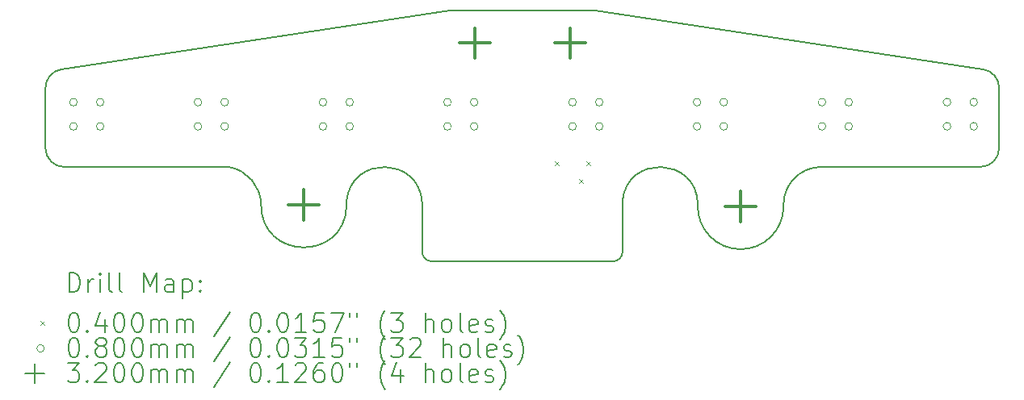
<source format=gbr>
%TF.GenerationSoftware,KiCad,Pcbnew,7.0.5*%
%TF.CreationDate,2023-08-03T16:35:43+02:00*%
%TF.ProjectId,Sensores,53656e73-6f72-4657-932e-6b696361645f,rev?*%
%TF.SameCoordinates,Original*%
%TF.FileFunction,Drillmap*%
%TF.FilePolarity,Positive*%
%FSLAX45Y45*%
G04 Gerber Fmt 4.5, Leading zero omitted, Abs format (unit mm)*
G04 Created by KiCad (PCBNEW 7.0.5) date 2023-08-03 16:35:43*
%MOMM*%
%LPD*%
G01*
G04 APERTURE LIST*
%ADD10C,0.200000*%
%ADD11C,0.040000*%
%ADD12C,0.080000*%
%ADD13C,0.320000*%
G04 APERTURE END LIST*
D10*
X19455738Y-10886585D02*
X21128400Y-10886585D01*
X15278400Y-11260421D02*
G75*
G03*
X14485767Y-11242659I-397050J-23849D01*
G01*
X15565081Y-9240563D02*
X17091719Y-9240563D01*
X17378400Y-11246611D02*
X17378400Y-11777409D01*
X17278400Y-11877410D02*
G75*
G03*
X17378400Y-11777409I-10J100010D01*
G01*
X11328400Y-10058400D02*
X11328400Y-10686585D01*
X18167735Y-11291984D02*
X18167735Y-11272699D01*
X15278400Y-11777409D02*
X15278400Y-11260421D01*
X18167735Y-11291984D02*
G75*
G03*
X19067090Y-11300525I449637J-8542D01*
G01*
X21328408Y-10058400D02*
G75*
G03*
X21158548Y-9860685I-199998J0D01*
G01*
X21328400Y-10686585D02*
X21328400Y-10058400D01*
X11528400Y-10886585D02*
X13249669Y-10886585D01*
X11328405Y-10686585D02*
G75*
G03*
X11528400Y-10886585I199995J-5D01*
G01*
X15378400Y-11877409D02*
X17278400Y-11877409D01*
X11498252Y-9860685D02*
G75*
G03*
X11328400Y-10058400I30148J-197715D01*
G01*
X19067090Y-11300525D02*
X19067090Y-11282044D01*
X17091719Y-9240563D02*
X21158548Y-9860685D01*
X19455738Y-10886580D02*
G75*
G03*
X19067090Y-11282044I6872J-395460D01*
G01*
X11498252Y-9860685D02*
X15565081Y-9240563D01*
X13589549Y-11282859D02*
X13589551Y-11285597D01*
X15278401Y-11777409D02*
G75*
G03*
X15378400Y-11877409I99999J-1D01*
G01*
X13589544Y-11285597D02*
G75*
G03*
X13249669Y-10886585I-404454J-253D01*
G01*
X14485767Y-11300583D02*
X14485767Y-11242659D01*
X21128400Y-10886590D02*
G75*
G03*
X21328400Y-10686585I0J200000D01*
G01*
X18167740Y-11272699D02*
G75*
G03*
X17378400Y-11246611I-395410J-9341D01*
G01*
X13589549Y-11282859D02*
G75*
G03*
X14485767Y-11300583I448290J286D01*
G01*
D11*
X16667800Y-10830880D02*
X16707800Y-10870880D01*
X16707800Y-10830880D02*
X16667800Y-10870880D01*
X16921800Y-11014520D02*
X16961800Y-11054520D01*
X16961800Y-11014520D02*
X16921800Y-11054520D01*
X16998000Y-10830880D02*
X17038000Y-10870880D01*
X17038000Y-10830880D02*
X16998000Y-10870880D01*
D12*
X11662440Y-10205720D02*
G75*
G03*
X11662440Y-10205720I-40000J0D01*
G01*
X11662440Y-10459720D02*
G75*
G03*
X11662440Y-10459720I-40000J0D01*
G01*
X11942440Y-10205720D02*
G75*
G03*
X11942440Y-10205720I-40000J0D01*
G01*
X11942440Y-10459720D02*
G75*
G03*
X11942440Y-10459720I-40000J0D01*
G01*
X12968000Y-10205720D02*
G75*
G03*
X12968000Y-10205720I-40000J0D01*
G01*
X12968000Y-10459720D02*
G75*
G03*
X12968000Y-10459720I-40000J0D01*
G01*
X13248000Y-10205720D02*
G75*
G03*
X13248000Y-10205720I-40000J0D01*
G01*
X13248000Y-10459720D02*
G75*
G03*
X13248000Y-10459720I-40000J0D01*
G01*
X14278640Y-10205720D02*
G75*
G03*
X14278640Y-10205720I-40000J0D01*
G01*
X14278640Y-10459720D02*
G75*
G03*
X14278640Y-10459720I-40000J0D01*
G01*
X14558640Y-10205720D02*
G75*
G03*
X14558640Y-10205720I-40000J0D01*
G01*
X14558640Y-10459720D02*
G75*
G03*
X14558640Y-10459720I-40000J0D01*
G01*
X15583600Y-10205720D02*
G75*
G03*
X15583600Y-10205720I-40000J0D01*
G01*
X15583600Y-10459720D02*
G75*
G03*
X15583600Y-10459720I-40000J0D01*
G01*
X15863600Y-10205720D02*
G75*
G03*
X15863600Y-10205720I-40000J0D01*
G01*
X15863600Y-10459720D02*
G75*
G03*
X15863600Y-10459720I-40000J0D01*
G01*
X16894840Y-10205720D02*
G75*
G03*
X16894840Y-10205720I-40000J0D01*
G01*
X16894840Y-10459720D02*
G75*
G03*
X16894840Y-10459720I-40000J0D01*
G01*
X17174840Y-10205720D02*
G75*
G03*
X17174840Y-10205720I-40000J0D01*
G01*
X17174840Y-10459720D02*
G75*
G03*
X17174840Y-10459720I-40000J0D01*
G01*
X18200400Y-10205720D02*
G75*
G03*
X18200400Y-10205720I-40000J0D01*
G01*
X18200400Y-10459720D02*
G75*
G03*
X18200400Y-10459720I-40000J0D01*
G01*
X18480400Y-10205720D02*
G75*
G03*
X18480400Y-10205720I-40000J0D01*
G01*
X18480400Y-10459720D02*
G75*
G03*
X18480400Y-10459720I-40000J0D01*
G01*
X19510440Y-10205720D02*
G75*
G03*
X19510440Y-10205720I-40000J0D01*
G01*
X19510440Y-10459720D02*
G75*
G03*
X19510440Y-10459720I-40000J0D01*
G01*
X19790440Y-10205720D02*
G75*
G03*
X19790440Y-10205720I-40000J0D01*
G01*
X19790440Y-10459720D02*
G75*
G03*
X19790440Y-10459720I-40000J0D01*
G01*
X20821080Y-10205720D02*
G75*
G03*
X20821080Y-10205720I-40000J0D01*
G01*
X20821080Y-10459720D02*
G75*
G03*
X20821080Y-10459720I-40000J0D01*
G01*
X21101080Y-10205720D02*
G75*
G03*
X21101080Y-10205720I-40000J0D01*
G01*
X21101080Y-10459720D02*
G75*
G03*
X21101080Y-10459720I-40000J0D01*
G01*
D13*
X14036040Y-11122680D02*
X14036040Y-11442680D01*
X13876040Y-11282680D02*
X14196040Y-11282680D01*
X15829280Y-9425960D02*
X15829280Y-9745960D01*
X15669280Y-9585960D02*
X15989280Y-9585960D01*
X16830040Y-9425960D02*
X16830040Y-9745960D01*
X16670040Y-9585960D02*
X16990040Y-9585960D01*
X18618200Y-11143000D02*
X18618200Y-11463000D01*
X18458200Y-11303000D02*
X18778200Y-11303000D01*
D10*
X11579177Y-12198893D02*
X11579177Y-11998893D01*
X11579177Y-11998893D02*
X11626796Y-11998893D01*
X11626796Y-11998893D02*
X11655367Y-12008417D01*
X11655367Y-12008417D02*
X11674415Y-12027464D01*
X11674415Y-12027464D02*
X11683939Y-12046512D01*
X11683939Y-12046512D02*
X11693462Y-12084607D01*
X11693462Y-12084607D02*
X11693462Y-12113179D01*
X11693462Y-12113179D02*
X11683939Y-12151274D01*
X11683939Y-12151274D02*
X11674415Y-12170321D01*
X11674415Y-12170321D02*
X11655367Y-12189369D01*
X11655367Y-12189369D02*
X11626796Y-12198893D01*
X11626796Y-12198893D02*
X11579177Y-12198893D01*
X11779177Y-12198893D02*
X11779177Y-12065560D01*
X11779177Y-12103655D02*
X11788701Y-12084607D01*
X11788701Y-12084607D02*
X11798224Y-12075083D01*
X11798224Y-12075083D02*
X11817272Y-12065560D01*
X11817272Y-12065560D02*
X11836320Y-12065560D01*
X11902986Y-12198893D02*
X11902986Y-12065560D01*
X11902986Y-11998893D02*
X11893462Y-12008417D01*
X11893462Y-12008417D02*
X11902986Y-12017941D01*
X11902986Y-12017941D02*
X11912510Y-12008417D01*
X11912510Y-12008417D02*
X11902986Y-11998893D01*
X11902986Y-11998893D02*
X11902986Y-12017941D01*
X12026796Y-12198893D02*
X12007748Y-12189369D01*
X12007748Y-12189369D02*
X11998224Y-12170321D01*
X11998224Y-12170321D02*
X11998224Y-11998893D01*
X12131558Y-12198893D02*
X12112510Y-12189369D01*
X12112510Y-12189369D02*
X12102986Y-12170321D01*
X12102986Y-12170321D02*
X12102986Y-11998893D01*
X12360129Y-12198893D02*
X12360129Y-11998893D01*
X12360129Y-11998893D02*
X12426796Y-12141750D01*
X12426796Y-12141750D02*
X12493462Y-11998893D01*
X12493462Y-11998893D02*
X12493462Y-12198893D01*
X12674415Y-12198893D02*
X12674415Y-12094131D01*
X12674415Y-12094131D02*
X12664891Y-12075083D01*
X12664891Y-12075083D02*
X12645843Y-12065560D01*
X12645843Y-12065560D02*
X12607748Y-12065560D01*
X12607748Y-12065560D02*
X12588701Y-12075083D01*
X12674415Y-12189369D02*
X12655367Y-12198893D01*
X12655367Y-12198893D02*
X12607748Y-12198893D01*
X12607748Y-12198893D02*
X12588701Y-12189369D01*
X12588701Y-12189369D02*
X12579177Y-12170321D01*
X12579177Y-12170321D02*
X12579177Y-12151274D01*
X12579177Y-12151274D02*
X12588701Y-12132226D01*
X12588701Y-12132226D02*
X12607748Y-12122702D01*
X12607748Y-12122702D02*
X12655367Y-12122702D01*
X12655367Y-12122702D02*
X12674415Y-12113179D01*
X12769653Y-12065560D02*
X12769653Y-12265560D01*
X12769653Y-12075083D02*
X12788701Y-12065560D01*
X12788701Y-12065560D02*
X12826796Y-12065560D01*
X12826796Y-12065560D02*
X12845843Y-12075083D01*
X12845843Y-12075083D02*
X12855367Y-12084607D01*
X12855367Y-12084607D02*
X12864891Y-12103655D01*
X12864891Y-12103655D02*
X12864891Y-12160798D01*
X12864891Y-12160798D02*
X12855367Y-12179845D01*
X12855367Y-12179845D02*
X12845843Y-12189369D01*
X12845843Y-12189369D02*
X12826796Y-12198893D01*
X12826796Y-12198893D02*
X12788701Y-12198893D01*
X12788701Y-12198893D02*
X12769653Y-12189369D01*
X12950605Y-12179845D02*
X12960129Y-12189369D01*
X12960129Y-12189369D02*
X12950605Y-12198893D01*
X12950605Y-12198893D02*
X12941082Y-12189369D01*
X12941082Y-12189369D02*
X12950605Y-12179845D01*
X12950605Y-12179845D02*
X12950605Y-12198893D01*
X12950605Y-12075083D02*
X12960129Y-12084607D01*
X12960129Y-12084607D02*
X12950605Y-12094131D01*
X12950605Y-12094131D02*
X12941082Y-12084607D01*
X12941082Y-12084607D02*
X12950605Y-12075083D01*
X12950605Y-12075083D02*
X12950605Y-12094131D01*
D11*
X11278400Y-12507409D02*
X11318400Y-12547409D01*
X11318400Y-12507409D02*
X11278400Y-12547409D01*
D10*
X11617272Y-12418893D02*
X11636320Y-12418893D01*
X11636320Y-12418893D02*
X11655367Y-12428417D01*
X11655367Y-12428417D02*
X11664891Y-12437941D01*
X11664891Y-12437941D02*
X11674415Y-12456988D01*
X11674415Y-12456988D02*
X11683939Y-12495083D01*
X11683939Y-12495083D02*
X11683939Y-12542702D01*
X11683939Y-12542702D02*
X11674415Y-12580798D01*
X11674415Y-12580798D02*
X11664891Y-12599845D01*
X11664891Y-12599845D02*
X11655367Y-12609369D01*
X11655367Y-12609369D02*
X11636320Y-12618893D01*
X11636320Y-12618893D02*
X11617272Y-12618893D01*
X11617272Y-12618893D02*
X11598224Y-12609369D01*
X11598224Y-12609369D02*
X11588701Y-12599845D01*
X11588701Y-12599845D02*
X11579177Y-12580798D01*
X11579177Y-12580798D02*
X11569653Y-12542702D01*
X11569653Y-12542702D02*
X11569653Y-12495083D01*
X11569653Y-12495083D02*
X11579177Y-12456988D01*
X11579177Y-12456988D02*
X11588701Y-12437941D01*
X11588701Y-12437941D02*
X11598224Y-12428417D01*
X11598224Y-12428417D02*
X11617272Y-12418893D01*
X11769653Y-12599845D02*
X11779177Y-12609369D01*
X11779177Y-12609369D02*
X11769653Y-12618893D01*
X11769653Y-12618893D02*
X11760129Y-12609369D01*
X11760129Y-12609369D02*
X11769653Y-12599845D01*
X11769653Y-12599845D02*
X11769653Y-12618893D01*
X11950605Y-12485560D02*
X11950605Y-12618893D01*
X11902986Y-12409369D02*
X11855367Y-12552226D01*
X11855367Y-12552226D02*
X11979177Y-12552226D01*
X12093462Y-12418893D02*
X12112510Y-12418893D01*
X12112510Y-12418893D02*
X12131558Y-12428417D01*
X12131558Y-12428417D02*
X12141082Y-12437941D01*
X12141082Y-12437941D02*
X12150605Y-12456988D01*
X12150605Y-12456988D02*
X12160129Y-12495083D01*
X12160129Y-12495083D02*
X12160129Y-12542702D01*
X12160129Y-12542702D02*
X12150605Y-12580798D01*
X12150605Y-12580798D02*
X12141082Y-12599845D01*
X12141082Y-12599845D02*
X12131558Y-12609369D01*
X12131558Y-12609369D02*
X12112510Y-12618893D01*
X12112510Y-12618893D02*
X12093462Y-12618893D01*
X12093462Y-12618893D02*
X12074415Y-12609369D01*
X12074415Y-12609369D02*
X12064891Y-12599845D01*
X12064891Y-12599845D02*
X12055367Y-12580798D01*
X12055367Y-12580798D02*
X12045843Y-12542702D01*
X12045843Y-12542702D02*
X12045843Y-12495083D01*
X12045843Y-12495083D02*
X12055367Y-12456988D01*
X12055367Y-12456988D02*
X12064891Y-12437941D01*
X12064891Y-12437941D02*
X12074415Y-12428417D01*
X12074415Y-12428417D02*
X12093462Y-12418893D01*
X12283939Y-12418893D02*
X12302986Y-12418893D01*
X12302986Y-12418893D02*
X12322034Y-12428417D01*
X12322034Y-12428417D02*
X12331558Y-12437941D01*
X12331558Y-12437941D02*
X12341082Y-12456988D01*
X12341082Y-12456988D02*
X12350605Y-12495083D01*
X12350605Y-12495083D02*
X12350605Y-12542702D01*
X12350605Y-12542702D02*
X12341082Y-12580798D01*
X12341082Y-12580798D02*
X12331558Y-12599845D01*
X12331558Y-12599845D02*
X12322034Y-12609369D01*
X12322034Y-12609369D02*
X12302986Y-12618893D01*
X12302986Y-12618893D02*
X12283939Y-12618893D01*
X12283939Y-12618893D02*
X12264891Y-12609369D01*
X12264891Y-12609369D02*
X12255367Y-12599845D01*
X12255367Y-12599845D02*
X12245843Y-12580798D01*
X12245843Y-12580798D02*
X12236320Y-12542702D01*
X12236320Y-12542702D02*
X12236320Y-12495083D01*
X12236320Y-12495083D02*
X12245843Y-12456988D01*
X12245843Y-12456988D02*
X12255367Y-12437941D01*
X12255367Y-12437941D02*
X12264891Y-12428417D01*
X12264891Y-12428417D02*
X12283939Y-12418893D01*
X12436320Y-12618893D02*
X12436320Y-12485560D01*
X12436320Y-12504607D02*
X12445843Y-12495083D01*
X12445843Y-12495083D02*
X12464891Y-12485560D01*
X12464891Y-12485560D02*
X12493463Y-12485560D01*
X12493463Y-12485560D02*
X12512510Y-12495083D01*
X12512510Y-12495083D02*
X12522034Y-12514131D01*
X12522034Y-12514131D02*
X12522034Y-12618893D01*
X12522034Y-12514131D02*
X12531558Y-12495083D01*
X12531558Y-12495083D02*
X12550605Y-12485560D01*
X12550605Y-12485560D02*
X12579177Y-12485560D01*
X12579177Y-12485560D02*
X12598224Y-12495083D01*
X12598224Y-12495083D02*
X12607748Y-12514131D01*
X12607748Y-12514131D02*
X12607748Y-12618893D01*
X12702986Y-12618893D02*
X12702986Y-12485560D01*
X12702986Y-12504607D02*
X12712510Y-12495083D01*
X12712510Y-12495083D02*
X12731558Y-12485560D01*
X12731558Y-12485560D02*
X12760129Y-12485560D01*
X12760129Y-12485560D02*
X12779177Y-12495083D01*
X12779177Y-12495083D02*
X12788701Y-12514131D01*
X12788701Y-12514131D02*
X12788701Y-12618893D01*
X12788701Y-12514131D02*
X12798224Y-12495083D01*
X12798224Y-12495083D02*
X12817272Y-12485560D01*
X12817272Y-12485560D02*
X12845843Y-12485560D01*
X12845843Y-12485560D02*
X12864891Y-12495083D01*
X12864891Y-12495083D02*
X12874415Y-12514131D01*
X12874415Y-12514131D02*
X12874415Y-12618893D01*
X13264891Y-12409369D02*
X13093463Y-12666512D01*
X13522034Y-12418893D02*
X13541082Y-12418893D01*
X13541082Y-12418893D02*
X13560129Y-12428417D01*
X13560129Y-12428417D02*
X13569653Y-12437941D01*
X13569653Y-12437941D02*
X13579177Y-12456988D01*
X13579177Y-12456988D02*
X13588701Y-12495083D01*
X13588701Y-12495083D02*
X13588701Y-12542702D01*
X13588701Y-12542702D02*
X13579177Y-12580798D01*
X13579177Y-12580798D02*
X13569653Y-12599845D01*
X13569653Y-12599845D02*
X13560129Y-12609369D01*
X13560129Y-12609369D02*
X13541082Y-12618893D01*
X13541082Y-12618893D02*
X13522034Y-12618893D01*
X13522034Y-12618893D02*
X13502986Y-12609369D01*
X13502986Y-12609369D02*
X13493463Y-12599845D01*
X13493463Y-12599845D02*
X13483939Y-12580798D01*
X13483939Y-12580798D02*
X13474415Y-12542702D01*
X13474415Y-12542702D02*
X13474415Y-12495083D01*
X13474415Y-12495083D02*
X13483939Y-12456988D01*
X13483939Y-12456988D02*
X13493463Y-12437941D01*
X13493463Y-12437941D02*
X13502986Y-12428417D01*
X13502986Y-12428417D02*
X13522034Y-12418893D01*
X13674415Y-12599845D02*
X13683939Y-12609369D01*
X13683939Y-12609369D02*
X13674415Y-12618893D01*
X13674415Y-12618893D02*
X13664891Y-12609369D01*
X13664891Y-12609369D02*
X13674415Y-12599845D01*
X13674415Y-12599845D02*
X13674415Y-12618893D01*
X13807748Y-12418893D02*
X13826796Y-12418893D01*
X13826796Y-12418893D02*
X13845844Y-12428417D01*
X13845844Y-12428417D02*
X13855367Y-12437941D01*
X13855367Y-12437941D02*
X13864891Y-12456988D01*
X13864891Y-12456988D02*
X13874415Y-12495083D01*
X13874415Y-12495083D02*
X13874415Y-12542702D01*
X13874415Y-12542702D02*
X13864891Y-12580798D01*
X13864891Y-12580798D02*
X13855367Y-12599845D01*
X13855367Y-12599845D02*
X13845844Y-12609369D01*
X13845844Y-12609369D02*
X13826796Y-12618893D01*
X13826796Y-12618893D02*
X13807748Y-12618893D01*
X13807748Y-12618893D02*
X13788701Y-12609369D01*
X13788701Y-12609369D02*
X13779177Y-12599845D01*
X13779177Y-12599845D02*
X13769653Y-12580798D01*
X13769653Y-12580798D02*
X13760129Y-12542702D01*
X13760129Y-12542702D02*
X13760129Y-12495083D01*
X13760129Y-12495083D02*
X13769653Y-12456988D01*
X13769653Y-12456988D02*
X13779177Y-12437941D01*
X13779177Y-12437941D02*
X13788701Y-12428417D01*
X13788701Y-12428417D02*
X13807748Y-12418893D01*
X14064891Y-12618893D02*
X13950606Y-12618893D01*
X14007748Y-12618893D02*
X14007748Y-12418893D01*
X14007748Y-12418893D02*
X13988701Y-12447464D01*
X13988701Y-12447464D02*
X13969653Y-12466512D01*
X13969653Y-12466512D02*
X13950606Y-12476036D01*
X14245844Y-12418893D02*
X14150606Y-12418893D01*
X14150606Y-12418893D02*
X14141082Y-12514131D01*
X14141082Y-12514131D02*
X14150606Y-12504607D01*
X14150606Y-12504607D02*
X14169653Y-12495083D01*
X14169653Y-12495083D02*
X14217272Y-12495083D01*
X14217272Y-12495083D02*
X14236320Y-12504607D01*
X14236320Y-12504607D02*
X14245844Y-12514131D01*
X14245844Y-12514131D02*
X14255367Y-12533179D01*
X14255367Y-12533179D02*
X14255367Y-12580798D01*
X14255367Y-12580798D02*
X14245844Y-12599845D01*
X14245844Y-12599845D02*
X14236320Y-12609369D01*
X14236320Y-12609369D02*
X14217272Y-12618893D01*
X14217272Y-12618893D02*
X14169653Y-12618893D01*
X14169653Y-12618893D02*
X14150606Y-12609369D01*
X14150606Y-12609369D02*
X14141082Y-12599845D01*
X14322034Y-12418893D02*
X14455367Y-12418893D01*
X14455367Y-12418893D02*
X14369653Y-12618893D01*
X14522034Y-12418893D02*
X14522034Y-12456988D01*
X14598225Y-12418893D02*
X14598225Y-12456988D01*
X14893463Y-12695083D02*
X14883939Y-12685560D01*
X14883939Y-12685560D02*
X14864891Y-12656988D01*
X14864891Y-12656988D02*
X14855368Y-12637941D01*
X14855368Y-12637941D02*
X14845844Y-12609369D01*
X14845844Y-12609369D02*
X14836320Y-12561750D01*
X14836320Y-12561750D02*
X14836320Y-12523655D01*
X14836320Y-12523655D02*
X14845844Y-12476036D01*
X14845844Y-12476036D02*
X14855368Y-12447464D01*
X14855368Y-12447464D02*
X14864891Y-12428417D01*
X14864891Y-12428417D02*
X14883939Y-12399845D01*
X14883939Y-12399845D02*
X14893463Y-12390321D01*
X14950606Y-12418893D02*
X15074415Y-12418893D01*
X15074415Y-12418893D02*
X15007748Y-12495083D01*
X15007748Y-12495083D02*
X15036320Y-12495083D01*
X15036320Y-12495083D02*
X15055368Y-12504607D01*
X15055368Y-12504607D02*
X15064891Y-12514131D01*
X15064891Y-12514131D02*
X15074415Y-12533179D01*
X15074415Y-12533179D02*
X15074415Y-12580798D01*
X15074415Y-12580798D02*
X15064891Y-12599845D01*
X15064891Y-12599845D02*
X15055368Y-12609369D01*
X15055368Y-12609369D02*
X15036320Y-12618893D01*
X15036320Y-12618893D02*
X14979177Y-12618893D01*
X14979177Y-12618893D02*
X14960129Y-12609369D01*
X14960129Y-12609369D02*
X14950606Y-12599845D01*
X15312510Y-12618893D02*
X15312510Y-12418893D01*
X15398225Y-12618893D02*
X15398225Y-12514131D01*
X15398225Y-12514131D02*
X15388701Y-12495083D01*
X15388701Y-12495083D02*
X15369653Y-12485560D01*
X15369653Y-12485560D02*
X15341082Y-12485560D01*
X15341082Y-12485560D02*
X15322034Y-12495083D01*
X15322034Y-12495083D02*
X15312510Y-12504607D01*
X15522034Y-12618893D02*
X15502987Y-12609369D01*
X15502987Y-12609369D02*
X15493463Y-12599845D01*
X15493463Y-12599845D02*
X15483939Y-12580798D01*
X15483939Y-12580798D02*
X15483939Y-12523655D01*
X15483939Y-12523655D02*
X15493463Y-12504607D01*
X15493463Y-12504607D02*
X15502987Y-12495083D01*
X15502987Y-12495083D02*
X15522034Y-12485560D01*
X15522034Y-12485560D02*
X15550606Y-12485560D01*
X15550606Y-12485560D02*
X15569653Y-12495083D01*
X15569653Y-12495083D02*
X15579177Y-12504607D01*
X15579177Y-12504607D02*
X15588701Y-12523655D01*
X15588701Y-12523655D02*
X15588701Y-12580798D01*
X15588701Y-12580798D02*
X15579177Y-12599845D01*
X15579177Y-12599845D02*
X15569653Y-12609369D01*
X15569653Y-12609369D02*
X15550606Y-12618893D01*
X15550606Y-12618893D02*
X15522034Y-12618893D01*
X15702987Y-12618893D02*
X15683939Y-12609369D01*
X15683939Y-12609369D02*
X15674415Y-12590321D01*
X15674415Y-12590321D02*
X15674415Y-12418893D01*
X15855368Y-12609369D02*
X15836320Y-12618893D01*
X15836320Y-12618893D02*
X15798225Y-12618893D01*
X15798225Y-12618893D02*
X15779177Y-12609369D01*
X15779177Y-12609369D02*
X15769653Y-12590321D01*
X15769653Y-12590321D02*
X15769653Y-12514131D01*
X15769653Y-12514131D02*
X15779177Y-12495083D01*
X15779177Y-12495083D02*
X15798225Y-12485560D01*
X15798225Y-12485560D02*
X15836320Y-12485560D01*
X15836320Y-12485560D02*
X15855368Y-12495083D01*
X15855368Y-12495083D02*
X15864891Y-12514131D01*
X15864891Y-12514131D02*
X15864891Y-12533179D01*
X15864891Y-12533179D02*
X15769653Y-12552226D01*
X15941082Y-12609369D02*
X15960130Y-12618893D01*
X15960130Y-12618893D02*
X15998225Y-12618893D01*
X15998225Y-12618893D02*
X16017272Y-12609369D01*
X16017272Y-12609369D02*
X16026796Y-12590321D01*
X16026796Y-12590321D02*
X16026796Y-12580798D01*
X16026796Y-12580798D02*
X16017272Y-12561750D01*
X16017272Y-12561750D02*
X15998225Y-12552226D01*
X15998225Y-12552226D02*
X15969653Y-12552226D01*
X15969653Y-12552226D02*
X15950606Y-12542702D01*
X15950606Y-12542702D02*
X15941082Y-12523655D01*
X15941082Y-12523655D02*
X15941082Y-12514131D01*
X15941082Y-12514131D02*
X15950606Y-12495083D01*
X15950606Y-12495083D02*
X15969653Y-12485560D01*
X15969653Y-12485560D02*
X15998225Y-12485560D01*
X15998225Y-12485560D02*
X16017272Y-12495083D01*
X16093463Y-12695083D02*
X16102987Y-12685560D01*
X16102987Y-12685560D02*
X16122034Y-12656988D01*
X16122034Y-12656988D02*
X16131558Y-12637941D01*
X16131558Y-12637941D02*
X16141082Y-12609369D01*
X16141082Y-12609369D02*
X16150606Y-12561750D01*
X16150606Y-12561750D02*
X16150606Y-12523655D01*
X16150606Y-12523655D02*
X16141082Y-12476036D01*
X16141082Y-12476036D02*
X16131558Y-12447464D01*
X16131558Y-12447464D02*
X16122034Y-12428417D01*
X16122034Y-12428417D02*
X16102987Y-12399845D01*
X16102987Y-12399845D02*
X16093463Y-12390321D01*
D12*
X11318400Y-12791409D02*
G75*
G03*
X11318400Y-12791409I-40000J0D01*
G01*
D10*
X11617272Y-12682893D02*
X11636320Y-12682893D01*
X11636320Y-12682893D02*
X11655367Y-12692417D01*
X11655367Y-12692417D02*
X11664891Y-12701941D01*
X11664891Y-12701941D02*
X11674415Y-12720988D01*
X11674415Y-12720988D02*
X11683939Y-12759083D01*
X11683939Y-12759083D02*
X11683939Y-12806702D01*
X11683939Y-12806702D02*
X11674415Y-12844798D01*
X11674415Y-12844798D02*
X11664891Y-12863845D01*
X11664891Y-12863845D02*
X11655367Y-12873369D01*
X11655367Y-12873369D02*
X11636320Y-12882893D01*
X11636320Y-12882893D02*
X11617272Y-12882893D01*
X11617272Y-12882893D02*
X11598224Y-12873369D01*
X11598224Y-12873369D02*
X11588701Y-12863845D01*
X11588701Y-12863845D02*
X11579177Y-12844798D01*
X11579177Y-12844798D02*
X11569653Y-12806702D01*
X11569653Y-12806702D02*
X11569653Y-12759083D01*
X11569653Y-12759083D02*
X11579177Y-12720988D01*
X11579177Y-12720988D02*
X11588701Y-12701941D01*
X11588701Y-12701941D02*
X11598224Y-12692417D01*
X11598224Y-12692417D02*
X11617272Y-12682893D01*
X11769653Y-12863845D02*
X11779177Y-12873369D01*
X11779177Y-12873369D02*
X11769653Y-12882893D01*
X11769653Y-12882893D02*
X11760129Y-12873369D01*
X11760129Y-12873369D02*
X11769653Y-12863845D01*
X11769653Y-12863845D02*
X11769653Y-12882893D01*
X11893462Y-12768607D02*
X11874415Y-12759083D01*
X11874415Y-12759083D02*
X11864891Y-12749560D01*
X11864891Y-12749560D02*
X11855367Y-12730512D01*
X11855367Y-12730512D02*
X11855367Y-12720988D01*
X11855367Y-12720988D02*
X11864891Y-12701941D01*
X11864891Y-12701941D02*
X11874415Y-12692417D01*
X11874415Y-12692417D02*
X11893462Y-12682893D01*
X11893462Y-12682893D02*
X11931558Y-12682893D01*
X11931558Y-12682893D02*
X11950605Y-12692417D01*
X11950605Y-12692417D02*
X11960129Y-12701941D01*
X11960129Y-12701941D02*
X11969653Y-12720988D01*
X11969653Y-12720988D02*
X11969653Y-12730512D01*
X11969653Y-12730512D02*
X11960129Y-12749560D01*
X11960129Y-12749560D02*
X11950605Y-12759083D01*
X11950605Y-12759083D02*
X11931558Y-12768607D01*
X11931558Y-12768607D02*
X11893462Y-12768607D01*
X11893462Y-12768607D02*
X11874415Y-12778131D01*
X11874415Y-12778131D02*
X11864891Y-12787655D01*
X11864891Y-12787655D02*
X11855367Y-12806702D01*
X11855367Y-12806702D02*
X11855367Y-12844798D01*
X11855367Y-12844798D02*
X11864891Y-12863845D01*
X11864891Y-12863845D02*
X11874415Y-12873369D01*
X11874415Y-12873369D02*
X11893462Y-12882893D01*
X11893462Y-12882893D02*
X11931558Y-12882893D01*
X11931558Y-12882893D02*
X11950605Y-12873369D01*
X11950605Y-12873369D02*
X11960129Y-12863845D01*
X11960129Y-12863845D02*
X11969653Y-12844798D01*
X11969653Y-12844798D02*
X11969653Y-12806702D01*
X11969653Y-12806702D02*
X11960129Y-12787655D01*
X11960129Y-12787655D02*
X11950605Y-12778131D01*
X11950605Y-12778131D02*
X11931558Y-12768607D01*
X12093462Y-12682893D02*
X12112510Y-12682893D01*
X12112510Y-12682893D02*
X12131558Y-12692417D01*
X12131558Y-12692417D02*
X12141082Y-12701941D01*
X12141082Y-12701941D02*
X12150605Y-12720988D01*
X12150605Y-12720988D02*
X12160129Y-12759083D01*
X12160129Y-12759083D02*
X12160129Y-12806702D01*
X12160129Y-12806702D02*
X12150605Y-12844798D01*
X12150605Y-12844798D02*
X12141082Y-12863845D01*
X12141082Y-12863845D02*
X12131558Y-12873369D01*
X12131558Y-12873369D02*
X12112510Y-12882893D01*
X12112510Y-12882893D02*
X12093462Y-12882893D01*
X12093462Y-12882893D02*
X12074415Y-12873369D01*
X12074415Y-12873369D02*
X12064891Y-12863845D01*
X12064891Y-12863845D02*
X12055367Y-12844798D01*
X12055367Y-12844798D02*
X12045843Y-12806702D01*
X12045843Y-12806702D02*
X12045843Y-12759083D01*
X12045843Y-12759083D02*
X12055367Y-12720988D01*
X12055367Y-12720988D02*
X12064891Y-12701941D01*
X12064891Y-12701941D02*
X12074415Y-12692417D01*
X12074415Y-12692417D02*
X12093462Y-12682893D01*
X12283939Y-12682893D02*
X12302986Y-12682893D01*
X12302986Y-12682893D02*
X12322034Y-12692417D01*
X12322034Y-12692417D02*
X12331558Y-12701941D01*
X12331558Y-12701941D02*
X12341082Y-12720988D01*
X12341082Y-12720988D02*
X12350605Y-12759083D01*
X12350605Y-12759083D02*
X12350605Y-12806702D01*
X12350605Y-12806702D02*
X12341082Y-12844798D01*
X12341082Y-12844798D02*
X12331558Y-12863845D01*
X12331558Y-12863845D02*
X12322034Y-12873369D01*
X12322034Y-12873369D02*
X12302986Y-12882893D01*
X12302986Y-12882893D02*
X12283939Y-12882893D01*
X12283939Y-12882893D02*
X12264891Y-12873369D01*
X12264891Y-12873369D02*
X12255367Y-12863845D01*
X12255367Y-12863845D02*
X12245843Y-12844798D01*
X12245843Y-12844798D02*
X12236320Y-12806702D01*
X12236320Y-12806702D02*
X12236320Y-12759083D01*
X12236320Y-12759083D02*
X12245843Y-12720988D01*
X12245843Y-12720988D02*
X12255367Y-12701941D01*
X12255367Y-12701941D02*
X12264891Y-12692417D01*
X12264891Y-12692417D02*
X12283939Y-12682893D01*
X12436320Y-12882893D02*
X12436320Y-12749560D01*
X12436320Y-12768607D02*
X12445843Y-12759083D01*
X12445843Y-12759083D02*
X12464891Y-12749560D01*
X12464891Y-12749560D02*
X12493463Y-12749560D01*
X12493463Y-12749560D02*
X12512510Y-12759083D01*
X12512510Y-12759083D02*
X12522034Y-12778131D01*
X12522034Y-12778131D02*
X12522034Y-12882893D01*
X12522034Y-12778131D02*
X12531558Y-12759083D01*
X12531558Y-12759083D02*
X12550605Y-12749560D01*
X12550605Y-12749560D02*
X12579177Y-12749560D01*
X12579177Y-12749560D02*
X12598224Y-12759083D01*
X12598224Y-12759083D02*
X12607748Y-12778131D01*
X12607748Y-12778131D02*
X12607748Y-12882893D01*
X12702986Y-12882893D02*
X12702986Y-12749560D01*
X12702986Y-12768607D02*
X12712510Y-12759083D01*
X12712510Y-12759083D02*
X12731558Y-12749560D01*
X12731558Y-12749560D02*
X12760129Y-12749560D01*
X12760129Y-12749560D02*
X12779177Y-12759083D01*
X12779177Y-12759083D02*
X12788701Y-12778131D01*
X12788701Y-12778131D02*
X12788701Y-12882893D01*
X12788701Y-12778131D02*
X12798224Y-12759083D01*
X12798224Y-12759083D02*
X12817272Y-12749560D01*
X12817272Y-12749560D02*
X12845843Y-12749560D01*
X12845843Y-12749560D02*
X12864891Y-12759083D01*
X12864891Y-12759083D02*
X12874415Y-12778131D01*
X12874415Y-12778131D02*
X12874415Y-12882893D01*
X13264891Y-12673369D02*
X13093463Y-12930512D01*
X13522034Y-12682893D02*
X13541082Y-12682893D01*
X13541082Y-12682893D02*
X13560129Y-12692417D01*
X13560129Y-12692417D02*
X13569653Y-12701941D01*
X13569653Y-12701941D02*
X13579177Y-12720988D01*
X13579177Y-12720988D02*
X13588701Y-12759083D01*
X13588701Y-12759083D02*
X13588701Y-12806702D01*
X13588701Y-12806702D02*
X13579177Y-12844798D01*
X13579177Y-12844798D02*
X13569653Y-12863845D01*
X13569653Y-12863845D02*
X13560129Y-12873369D01*
X13560129Y-12873369D02*
X13541082Y-12882893D01*
X13541082Y-12882893D02*
X13522034Y-12882893D01*
X13522034Y-12882893D02*
X13502986Y-12873369D01*
X13502986Y-12873369D02*
X13493463Y-12863845D01*
X13493463Y-12863845D02*
X13483939Y-12844798D01*
X13483939Y-12844798D02*
X13474415Y-12806702D01*
X13474415Y-12806702D02*
X13474415Y-12759083D01*
X13474415Y-12759083D02*
X13483939Y-12720988D01*
X13483939Y-12720988D02*
X13493463Y-12701941D01*
X13493463Y-12701941D02*
X13502986Y-12692417D01*
X13502986Y-12692417D02*
X13522034Y-12682893D01*
X13674415Y-12863845D02*
X13683939Y-12873369D01*
X13683939Y-12873369D02*
X13674415Y-12882893D01*
X13674415Y-12882893D02*
X13664891Y-12873369D01*
X13664891Y-12873369D02*
X13674415Y-12863845D01*
X13674415Y-12863845D02*
X13674415Y-12882893D01*
X13807748Y-12682893D02*
X13826796Y-12682893D01*
X13826796Y-12682893D02*
X13845844Y-12692417D01*
X13845844Y-12692417D02*
X13855367Y-12701941D01*
X13855367Y-12701941D02*
X13864891Y-12720988D01*
X13864891Y-12720988D02*
X13874415Y-12759083D01*
X13874415Y-12759083D02*
X13874415Y-12806702D01*
X13874415Y-12806702D02*
X13864891Y-12844798D01*
X13864891Y-12844798D02*
X13855367Y-12863845D01*
X13855367Y-12863845D02*
X13845844Y-12873369D01*
X13845844Y-12873369D02*
X13826796Y-12882893D01*
X13826796Y-12882893D02*
X13807748Y-12882893D01*
X13807748Y-12882893D02*
X13788701Y-12873369D01*
X13788701Y-12873369D02*
X13779177Y-12863845D01*
X13779177Y-12863845D02*
X13769653Y-12844798D01*
X13769653Y-12844798D02*
X13760129Y-12806702D01*
X13760129Y-12806702D02*
X13760129Y-12759083D01*
X13760129Y-12759083D02*
X13769653Y-12720988D01*
X13769653Y-12720988D02*
X13779177Y-12701941D01*
X13779177Y-12701941D02*
X13788701Y-12692417D01*
X13788701Y-12692417D02*
X13807748Y-12682893D01*
X13941082Y-12682893D02*
X14064891Y-12682893D01*
X14064891Y-12682893D02*
X13998225Y-12759083D01*
X13998225Y-12759083D02*
X14026796Y-12759083D01*
X14026796Y-12759083D02*
X14045844Y-12768607D01*
X14045844Y-12768607D02*
X14055367Y-12778131D01*
X14055367Y-12778131D02*
X14064891Y-12797179D01*
X14064891Y-12797179D02*
X14064891Y-12844798D01*
X14064891Y-12844798D02*
X14055367Y-12863845D01*
X14055367Y-12863845D02*
X14045844Y-12873369D01*
X14045844Y-12873369D02*
X14026796Y-12882893D01*
X14026796Y-12882893D02*
X13969653Y-12882893D01*
X13969653Y-12882893D02*
X13950606Y-12873369D01*
X13950606Y-12873369D02*
X13941082Y-12863845D01*
X14255367Y-12882893D02*
X14141082Y-12882893D01*
X14198225Y-12882893D02*
X14198225Y-12682893D01*
X14198225Y-12682893D02*
X14179177Y-12711464D01*
X14179177Y-12711464D02*
X14160129Y-12730512D01*
X14160129Y-12730512D02*
X14141082Y-12740036D01*
X14436320Y-12682893D02*
X14341082Y-12682893D01*
X14341082Y-12682893D02*
X14331558Y-12778131D01*
X14331558Y-12778131D02*
X14341082Y-12768607D01*
X14341082Y-12768607D02*
X14360129Y-12759083D01*
X14360129Y-12759083D02*
X14407748Y-12759083D01*
X14407748Y-12759083D02*
X14426796Y-12768607D01*
X14426796Y-12768607D02*
X14436320Y-12778131D01*
X14436320Y-12778131D02*
X14445844Y-12797179D01*
X14445844Y-12797179D02*
X14445844Y-12844798D01*
X14445844Y-12844798D02*
X14436320Y-12863845D01*
X14436320Y-12863845D02*
X14426796Y-12873369D01*
X14426796Y-12873369D02*
X14407748Y-12882893D01*
X14407748Y-12882893D02*
X14360129Y-12882893D01*
X14360129Y-12882893D02*
X14341082Y-12873369D01*
X14341082Y-12873369D02*
X14331558Y-12863845D01*
X14522034Y-12682893D02*
X14522034Y-12720988D01*
X14598225Y-12682893D02*
X14598225Y-12720988D01*
X14893463Y-12959083D02*
X14883939Y-12949560D01*
X14883939Y-12949560D02*
X14864891Y-12920988D01*
X14864891Y-12920988D02*
X14855368Y-12901941D01*
X14855368Y-12901941D02*
X14845844Y-12873369D01*
X14845844Y-12873369D02*
X14836320Y-12825750D01*
X14836320Y-12825750D02*
X14836320Y-12787655D01*
X14836320Y-12787655D02*
X14845844Y-12740036D01*
X14845844Y-12740036D02*
X14855368Y-12711464D01*
X14855368Y-12711464D02*
X14864891Y-12692417D01*
X14864891Y-12692417D02*
X14883939Y-12663845D01*
X14883939Y-12663845D02*
X14893463Y-12654321D01*
X14950606Y-12682893D02*
X15074415Y-12682893D01*
X15074415Y-12682893D02*
X15007748Y-12759083D01*
X15007748Y-12759083D02*
X15036320Y-12759083D01*
X15036320Y-12759083D02*
X15055368Y-12768607D01*
X15055368Y-12768607D02*
X15064891Y-12778131D01*
X15064891Y-12778131D02*
X15074415Y-12797179D01*
X15074415Y-12797179D02*
X15074415Y-12844798D01*
X15074415Y-12844798D02*
X15064891Y-12863845D01*
X15064891Y-12863845D02*
X15055368Y-12873369D01*
X15055368Y-12873369D02*
X15036320Y-12882893D01*
X15036320Y-12882893D02*
X14979177Y-12882893D01*
X14979177Y-12882893D02*
X14960129Y-12873369D01*
X14960129Y-12873369D02*
X14950606Y-12863845D01*
X15150606Y-12701941D02*
X15160129Y-12692417D01*
X15160129Y-12692417D02*
X15179177Y-12682893D01*
X15179177Y-12682893D02*
X15226796Y-12682893D01*
X15226796Y-12682893D02*
X15245844Y-12692417D01*
X15245844Y-12692417D02*
X15255368Y-12701941D01*
X15255368Y-12701941D02*
X15264891Y-12720988D01*
X15264891Y-12720988D02*
X15264891Y-12740036D01*
X15264891Y-12740036D02*
X15255368Y-12768607D01*
X15255368Y-12768607D02*
X15141082Y-12882893D01*
X15141082Y-12882893D02*
X15264891Y-12882893D01*
X15502987Y-12882893D02*
X15502987Y-12682893D01*
X15588701Y-12882893D02*
X15588701Y-12778131D01*
X15588701Y-12778131D02*
X15579177Y-12759083D01*
X15579177Y-12759083D02*
X15560130Y-12749560D01*
X15560130Y-12749560D02*
X15531558Y-12749560D01*
X15531558Y-12749560D02*
X15512510Y-12759083D01*
X15512510Y-12759083D02*
X15502987Y-12768607D01*
X15712510Y-12882893D02*
X15693463Y-12873369D01*
X15693463Y-12873369D02*
X15683939Y-12863845D01*
X15683939Y-12863845D02*
X15674415Y-12844798D01*
X15674415Y-12844798D02*
X15674415Y-12787655D01*
X15674415Y-12787655D02*
X15683939Y-12768607D01*
X15683939Y-12768607D02*
X15693463Y-12759083D01*
X15693463Y-12759083D02*
X15712510Y-12749560D01*
X15712510Y-12749560D02*
X15741082Y-12749560D01*
X15741082Y-12749560D02*
X15760130Y-12759083D01*
X15760130Y-12759083D02*
X15769653Y-12768607D01*
X15769653Y-12768607D02*
X15779177Y-12787655D01*
X15779177Y-12787655D02*
X15779177Y-12844798D01*
X15779177Y-12844798D02*
X15769653Y-12863845D01*
X15769653Y-12863845D02*
X15760130Y-12873369D01*
X15760130Y-12873369D02*
X15741082Y-12882893D01*
X15741082Y-12882893D02*
X15712510Y-12882893D01*
X15893463Y-12882893D02*
X15874415Y-12873369D01*
X15874415Y-12873369D02*
X15864891Y-12854321D01*
X15864891Y-12854321D02*
X15864891Y-12682893D01*
X16045844Y-12873369D02*
X16026796Y-12882893D01*
X16026796Y-12882893D02*
X15988701Y-12882893D01*
X15988701Y-12882893D02*
X15969653Y-12873369D01*
X15969653Y-12873369D02*
X15960130Y-12854321D01*
X15960130Y-12854321D02*
X15960130Y-12778131D01*
X15960130Y-12778131D02*
X15969653Y-12759083D01*
X15969653Y-12759083D02*
X15988701Y-12749560D01*
X15988701Y-12749560D02*
X16026796Y-12749560D01*
X16026796Y-12749560D02*
X16045844Y-12759083D01*
X16045844Y-12759083D02*
X16055368Y-12778131D01*
X16055368Y-12778131D02*
X16055368Y-12797179D01*
X16055368Y-12797179D02*
X15960130Y-12816226D01*
X16131558Y-12873369D02*
X16150606Y-12882893D01*
X16150606Y-12882893D02*
X16188701Y-12882893D01*
X16188701Y-12882893D02*
X16207749Y-12873369D01*
X16207749Y-12873369D02*
X16217272Y-12854321D01*
X16217272Y-12854321D02*
X16217272Y-12844798D01*
X16217272Y-12844798D02*
X16207749Y-12825750D01*
X16207749Y-12825750D02*
X16188701Y-12816226D01*
X16188701Y-12816226D02*
X16160130Y-12816226D01*
X16160130Y-12816226D02*
X16141082Y-12806702D01*
X16141082Y-12806702D02*
X16131558Y-12787655D01*
X16131558Y-12787655D02*
X16131558Y-12778131D01*
X16131558Y-12778131D02*
X16141082Y-12759083D01*
X16141082Y-12759083D02*
X16160130Y-12749560D01*
X16160130Y-12749560D02*
X16188701Y-12749560D01*
X16188701Y-12749560D02*
X16207749Y-12759083D01*
X16283939Y-12959083D02*
X16293463Y-12949560D01*
X16293463Y-12949560D02*
X16312511Y-12920988D01*
X16312511Y-12920988D02*
X16322034Y-12901941D01*
X16322034Y-12901941D02*
X16331558Y-12873369D01*
X16331558Y-12873369D02*
X16341082Y-12825750D01*
X16341082Y-12825750D02*
X16341082Y-12787655D01*
X16341082Y-12787655D02*
X16331558Y-12740036D01*
X16331558Y-12740036D02*
X16322034Y-12711464D01*
X16322034Y-12711464D02*
X16312511Y-12692417D01*
X16312511Y-12692417D02*
X16293463Y-12663845D01*
X16293463Y-12663845D02*
X16283939Y-12654321D01*
X11218400Y-12955409D02*
X11218400Y-13155409D01*
X11118400Y-13055409D02*
X11318400Y-13055409D01*
X11560129Y-12946893D02*
X11683939Y-12946893D01*
X11683939Y-12946893D02*
X11617272Y-13023083D01*
X11617272Y-13023083D02*
X11645843Y-13023083D01*
X11645843Y-13023083D02*
X11664891Y-13032607D01*
X11664891Y-13032607D02*
X11674415Y-13042131D01*
X11674415Y-13042131D02*
X11683939Y-13061179D01*
X11683939Y-13061179D02*
X11683939Y-13108798D01*
X11683939Y-13108798D02*
X11674415Y-13127845D01*
X11674415Y-13127845D02*
X11664891Y-13137369D01*
X11664891Y-13137369D02*
X11645843Y-13146893D01*
X11645843Y-13146893D02*
X11588701Y-13146893D01*
X11588701Y-13146893D02*
X11569653Y-13137369D01*
X11569653Y-13137369D02*
X11560129Y-13127845D01*
X11769653Y-13127845D02*
X11779177Y-13137369D01*
X11779177Y-13137369D02*
X11769653Y-13146893D01*
X11769653Y-13146893D02*
X11760129Y-13137369D01*
X11760129Y-13137369D02*
X11769653Y-13127845D01*
X11769653Y-13127845D02*
X11769653Y-13146893D01*
X11855367Y-12965941D02*
X11864891Y-12956417D01*
X11864891Y-12956417D02*
X11883939Y-12946893D01*
X11883939Y-12946893D02*
X11931558Y-12946893D01*
X11931558Y-12946893D02*
X11950605Y-12956417D01*
X11950605Y-12956417D02*
X11960129Y-12965941D01*
X11960129Y-12965941D02*
X11969653Y-12984988D01*
X11969653Y-12984988D02*
X11969653Y-13004036D01*
X11969653Y-13004036D02*
X11960129Y-13032607D01*
X11960129Y-13032607D02*
X11845843Y-13146893D01*
X11845843Y-13146893D02*
X11969653Y-13146893D01*
X12093462Y-12946893D02*
X12112510Y-12946893D01*
X12112510Y-12946893D02*
X12131558Y-12956417D01*
X12131558Y-12956417D02*
X12141082Y-12965941D01*
X12141082Y-12965941D02*
X12150605Y-12984988D01*
X12150605Y-12984988D02*
X12160129Y-13023083D01*
X12160129Y-13023083D02*
X12160129Y-13070702D01*
X12160129Y-13070702D02*
X12150605Y-13108798D01*
X12150605Y-13108798D02*
X12141082Y-13127845D01*
X12141082Y-13127845D02*
X12131558Y-13137369D01*
X12131558Y-13137369D02*
X12112510Y-13146893D01*
X12112510Y-13146893D02*
X12093462Y-13146893D01*
X12093462Y-13146893D02*
X12074415Y-13137369D01*
X12074415Y-13137369D02*
X12064891Y-13127845D01*
X12064891Y-13127845D02*
X12055367Y-13108798D01*
X12055367Y-13108798D02*
X12045843Y-13070702D01*
X12045843Y-13070702D02*
X12045843Y-13023083D01*
X12045843Y-13023083D02*
X12055367Y-12984988D01*
X12055367Y-12984988D02*
X12064891Y-12965941D01*
X12064891Y-12965941D02*
X12074415Y-12956417D01*
X12074415Y-12956417D02*
X12093462Y-12946893D01*
X12283939Y-12946893D02*
X12302986Y-12946893D01*
X12302986Y-12946893D02*
X12322034Y-12956417D01*
X12322034Y-12956417D02*
X12331558Y-12965941D01*
X12331558Y-12965941D02*
X12341082Y-12984988D01*
X12341082Y-12984988D02*
X12350605Y-13023083D01*
X12350605Y-13023083D02*
X12350605Y-13070702D01*
X12350605Y-13070702D02*
X12341082Y-13108798D01*
X12341082Y-13108798D02*
X12331558Y-13127845D01*
X12331558Y-13127845D02*
X12322034Y-13137369D01*
X12322034Y-13137369D02*
X12302986Y-13146893D01*
X12302986Y-13146893D02*
X12283939Y-13146893D01*
X12283939Y-13146893D02*
X12264891Y-13137369D01*
X12264891Y-13137369D02*
X12255367Y-13127845D01*
X12255367Y-13127845D02*
X12245843Y-13108798D01*
X12245843Y-13108798D02*
X12236320Y-13070702D01*
X12236320Y-13070702D02*
X12236320Y-13023083D01*
X12236320Y-13023083D02*
X12245843Y-12984988D01*
X12245843Y-12984988D02*
X12255367Y-12965941D01*
X12255367Y-12965941D02*
X12264891Y-12956417D01*
X12264891Y-12956417D02*
X12283939Y-12946893D01*
X12436320Y-13146893D02*
X12436320Y-13013560D01*
X12436320Y-13032607D02*
X12445843Y-13023083D01*
X12445843Y-13023083D02*
X12464891Y-13013560D01*
X12464891Y-13013560D02*
X12493463Y-13013560D01*
X12493463Y-13013560D02*
X12512510Y-13023083D01*
X12512510Y-13023083D02*
X12522034Y-13042131D01*
X12522034Y-13042131D02*
X12522034Y-13146893D01*
X12522034Y-13042131D02*
X12531558Y-13023083D01*
X12531558Y-13023083D02*
X12550605Y-13013560D01*
X12550605Y-13013560D02*
X12579177Y-13013560D01*
X12579177Y-13013560D02*
X12598224Y-13023083D01*
X12598224Y-13023083D02*
X12607748Y-13042131D01*
X12607748Y-13042131D02*
X12607748Y-13146893D01*
X12702986Y-13146893D02*
X12702986Y-13013560D01*
X12702986Y-13032607D02*
X12712510Y-13023083D01*
X12712510Y-13023083D02*
X12731558Y-13013560D01*
X12731558Y-13013560D02*
X12760129Y-13013560D01*
X12760129Y-13013560D02*
X12779177Y-13023083D01*
X12779177Y-13023083D02*
X12788701Y-13042131D01*
X12788701Y-13042131D02*
X12788701Y-13146893D01*
X12788701Y-13042131D02*
X12798224Y-13023083D01*
X12798224Y-13023083D02*
X12817272Y-13013560D01*
X12817272Y-13013560D02*
X12845843Y-13013560D01*
X12845843Y-13013560D02*
X12864891Y-13023083D01*
X12864891Y-13023083D02*
X12874415Y-13042131D01*
X12874415Y-13042131D02*
X12874415Y-13146893D01*
X13264891Y-12937369D02*
X13093463Y-13194512D01*
X13522034Y-12946893D02*
X13541082Y-12946893D01*
X13541082Y-12946893D02*
X13560129Y-12956417D01*
X13560129Y-12956417D02*
X13569653Y-12965941D01*
X13569653Y-12965941D02*
X13579177Y-12984988D01*
X13579177Y-12984988D02*
X13588701Y-13023083D01*
X13588701Y-13023083D02*
X13588701Y-13070702D01*
X13588701Y-13070702D02*
X13579177Y-13108798D01*
X13579177Y-13108798D02*
X13569653Y-13127845D01*
X13569653Y-13127845D02*
X13560129Y-13137369D01*
X13560129Y-13137369D02*
X13541082Y-13146893D01*
X13541082Y-13146893D02*
X13522034Y-13146893D01*
X13522034Y-13146893D02*
X13502986Y-13137369D01*
X13502986Y-13137369D02*
X13493463Y-13127845D01*
X13493463Y-13127845D02*
X13483939Y-13108798D01*
X13483939Y-13108798D02*
X13474415Y-13070702D01*
X13474415Y-13070702D02*
X13474415Y-13023083D01*
X13474415Y-13023083D02*
X13483939Y-12984988D01*
X13483939Y-12984988D02*
X13493463Y-12965941D01*
X13493463Y-12965941D02*
X13502986Y-12956417D01*
X13502986Y-12956417D02*
X13522034Y-12946893D01*
X13674415Y-13127845D02*
X13683939Y-13137369D01*
X13683939Y-13137369D02*
X13674415Y-13146893D01*
X13674415Y-13146893D02*
X13664891Y-13137369D01*
X13664891Y-13137369D02*
X13674415Y-13127845D01*
X13674415Y-13127845D02*
X13674415Y-13146893D01*
X13874415Y-13146893D02*
X13760129Y-13146893D01*
X13817272Y-13146893D02*
X13817272Y-12946893D01*
X13817272Y-12946893D02*
X13798225Y-12975464D01*
X13798225Y-12975464D02*
X13779177Y-12994512D01*
X13779177Y-12994512D02*
X13760129Y-13004036D01*
X13950606Y-12965941D02*
X13960129Y-12956417D01*
X13960129Y-12956417D02*
X13979177Y-12946893D01*
X13979177Y-12946893D02*
X14026796Y-12946893D01*
X14026796Y-12946893D02*
X14045844Y-12956417D01*
X14045844Y-12956417D02*
X14055367Y-12965941D01*
X14055367Y-12965941D02*
X14064891Y-12984988D01*
X14064891Y-12984988D02*
X14064891Y-13004036D01*
X14064891Y-13004036D02*
X14055367Y-13032607D01*
X14055367Y-13032607D02*
X13941082Y-13146893D01*
X13941082Y-13146893D02*
X14064891Y-13146893D01*
X14236320Y-12946893D02*
X14198225Y-12946893D01*
X14198225Y-12946893D02*
X14179177Y-12956417D01*
X14179177Y-12956417D02*
X14169653Y-12965941D01*
X14169653Y-12965941D02*
X14150606Y-12994512D01*
X14150606Y-12994512D02*
X14141082Y-13032607D01*
X14141082Y-13032607D02*
X14141082Y-13108798D01*
X14141082Y-13108798D02*
X14150606Y-13127845D01*
X14150606Y-13127845D02*
X14160129Y-13137369D01*
X14160129Y-13137369D02*
X14179177Y-13146893D01*
X14179177Y-13146893D02*
X14217272Y-13146893D01*
X14217272Y-13146893D02*
X14236320Y-13137369D01*
X14236320Y-13137369D02*
X14245844Y-13127845D01*
X14245844Y-13127845D02*
X14255367Y-13108798D01*
X14255367Y-13108798D02*
X14255367Y-13061179D01*
X14255367Y-13061179D02*
X14245844Y-13042131D01*
X14245844Y-13042131D02*
X14236320Y-13032607D01*
X14236320Y-13032607D02*
X14217272Y-13023083D01*
X14217272Y-13023083D02*
X14179177Y-13023083D01*
X14179177Y-13023083D02*
X14160129Y-13032607D01*
X14160129Y-13032607D02*
X14150606Y-13042131D01*
X14150606Y-13042131D02*
X14141082Y-13061179D01*
X14379177Y-12946893D02*
X14398225Y-12946893D01*
X14398225Y-12946893D02*
X14417272Y-12956417D01*
X14417272Y-12956417D02*
X14426796Y-12965941D01*
X14426796Y-12965941D02*
X14436320Y-12984988D01*
X14436320Y-12984988D02*
X14445844Y-13023083D01*
X14445844Y-13023083D02*
X14445844Y-13070702D01*
X14445844Y-13070702D02*
X14436320Y-13108798D01*
X14436320Y-13108798D02*
X14426796Y-13127845D01*
X14426796Y-13127845D02*
X14417272Y-13137369D01*
X14417272Y-13137369D02*
X14398225Y-13146893D01*
X14398225Y-13146893D02*
X14379177Y-13146893D01*
X14379177Y-13146893D02*
X14360129Y-13137369D01*
X14360129Y-13137369D02*
X14350606Y-13127845D01*
X14350606Y-13127845D02*
X14341082Y-13108798D01*
X14341082Y-13108798D02*
X14331558Y-13070702D01*
X14331558Y-13070702D02*
X14331558Y-13023083D01*
X14331558Y-13023083D02*
X14341082Y-12984988D01*
X14341082Y-12984988D02*
X14350606Y-12965941D01*
X14350606Y-12965941D02*
X14360129Y-12956417D01*
X14360129Y-12956417D02*
X14379177Y-12946893D01*
X14522034Y-12946893D02*
X14522034Y-12984988D01*
X14598225Y-12946893D02*
X14598225Y-12984988D01*
X14893463Y-13223083D02*
X14883939Y-13213560D01*
X14883939Y-13213560D02*
X14864891Y-13184988D01*
X14864891Y-13184988D02*
X14855368Y-13165941D01*
X14855368Y-13165941D02*
X14845844Y-13137369D01*
X14845844Y-13137369D02*
X14836320Y-13089750D01*
X14836320Y-13089750D02*
X14836320Y-13051655D01*
X14836320Y-13051655D02*
X14845844Y-13004036D01*
X14845844Y-13004036D02*
X14855368Y-12975464D01*
X14855368Y-12975464D02*
X14864891Y-12956417D01*
X14864891Y-12956417D02*
X14883939Y-12927845D01*
X14883939Y-12927845D02*
X14893463Y-12918321D01*
X15055368Y-13013560D02*
X15055368Y-13146893D01*
X15007748Y-12937369D02*
X14960129Y-13080226D01*
X14960129Y-13080226D02*
X15083939Y-13080226D01*
X15312510Y-13146893D02*
X15312510Y-12946893D01*
X15398225Y-13146893D02*
X15398225Y-13042131D01*
X15398225Y-13042131D02*
X15388701Y-13023083D01*
X15388701Y-13023083D02*
X15369653Y-13013560D01*
X15369653Y-13013560D02*
X15341082Y-13013560D01*
X15341082Y-13013560D02*
X15322034Y-13023083D01*
X15322034Y-13023083D02*
X15312510Y-13032607D01*
X15522034Y-13146893D02*
X15502987Y-13137369D01*
X15502987Y-13137369D02*
X15493463Y-13127845D01*
X15493463Y-13127845D02*
X15483939Y-13108798D01*
X15483939Y-13108798D02*
X15483939Y-13051655D01*
X15483939Y-13051655D02*
X15493463Y-13032607D01*
X15493463Y-13032607D02*
X15502987Y-13023083D01*
X15502987Y-13023083D02*
X15522034Y-13013560D01*
X15522034Y-13013560D02*
X15550606Y-13013560D01*
X15550606Y-13013560D02*
X15569653Y-13023083D01*
X15569653Y-13023083D02*
X15579177Y-13032607D01*
X15579177Y-13032607D02*
X15588701Y-13051655D01*
X15588701Y-13051655D02*
X15588701Y-13108798D01*
X15588701Y-13108798D02*
X15579177Y-13127845D01*
X15579177Y-13127845D02*
X15569653Y-13137369D01*
X15569653Y-13137369D02*
X15550606Y-13146893D01*
X15550606Y-13146893D02*
X15522034Y-13146893D01*
X15702987Y-13146893D02*
X15683939Y-13137369D01*
X15683939Y-13137369D02*
X15674415Y-13118321D01*
X15674415Y-13118321D02*
X15674415Y-12946893D01*
X15855368Y-13137369D02*
X15836320Y-13146893D01*
X15836320Y-13146893D02*
X15798225Y-13146893D01*
X15798225Y-13146893D02*
X15779177Y-13137369D01*
X15779177Y-13137369D02*
X15769653Y-13118321D01*
X15769653Y-13118321D02*
X15769653Y-13042131D01*
X15769653Y-13042131D02*
X15779177Y-13023083D01*
X15779177Y-13023083D02*
X15798225Y-13013560D01*
X15798225Y-13013560D02*
X15836320Y-13013560D01*
X15836320Y-13013560D02*
X15855368Y-13023083D01*
X15855368Y-13023083D02*
X15864891Y-13042131D01*
X15864891Y-13042131D02*
X15864891Y-13061179D01*
X15864891Y-13061179D02*
X15769653Y-13080226D01*
X15941082Y-13137369D02*
X15960130Y-13146893D01*
X15960130Y-13146893D02*
X15998225Y-13146893D01*
X15998225Y-13146893D02*
X16017272Y-13137369D01*
X16017272Y-13137369D02*
X16026796Y-13118321D01*
X16026796Y-13118321D02*
X16026796Y-13108798D01*
X16026796Y-13108798D02*
X16017272Y-13089750D01*
X16017272Y-13089750D02*
X15998225Y-13080226D01*
X15998225Y-13080226D02*
X15969653Y-13080226D01*
X15969653Y-13080226D02*
X15950606Y-13070702D01*
X15950606Y-13070702D02*
X15941082Y-13051655D01*
X15941082Y-13051655D02*
X15941082Y-13042131D01*
X15941082Y-13042131D02*
X15950606Y-13023083D01*
X15950606Y-13023083D02*
X15969653Y-13013560D01*
X15969653Y-13013560D02*
X15998225Y-13013560D01*
X15998225Y-13013560D02*
X16017272Y-13023083D01*
X16093463Y-13223083D02*
X16102987Y-13213560D01*
X16102987Y-13213560D02*
X16122034Y-13184988D01*
X16122034Y-13184988D02*
X16131558Y-13165941D01*
X16131558Y-13165941D02*
X16141082Y-13137369D01*
X16141082Y-13137369D02*
X16150606Y-13089750D01*
X16150606Y-13089750D02*
X16150606Y-13051655D01*
X16150606Y-13051655D02*
X16141082Y-13004036D01*
X16141082Y-13004036D02*
X16131558Y-12975464D01*
X16131558Y-12975464D02*
X16122034Y-12956417D01*
X16122034Y-12956417D02*
X16102987Y-12927845D01*
X16102987Y-12927845D02*
X16093463Y-12918321D01*
M02*

</source>
